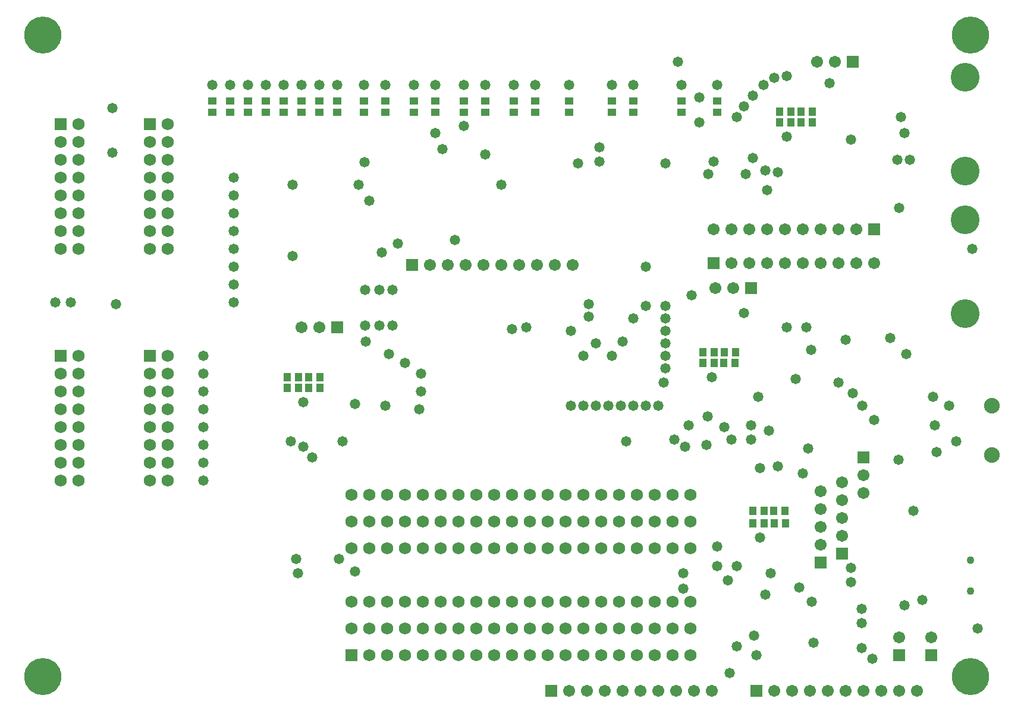
<source format=gbs>
G04*
G04 #@! TF.GenerationSoftware,Altium Limited,Altium Designer,22.3.1 (43)*
G04*
G04 Layer_Color=16711935*
%FSLAX25Y25*%
%MOIN*%
G70*
G04*
G04 #@! TF.SameCoordinates,CC72978B-6F05-4AE3-AFEB-50B74E8C7AD0*
G04*
G04*
G04 #@! TF.FilePolarity,Negative*
G04*
G01*
G75*
%ADD41R,0.03950X0.04540*%
%ADD42R,0.04540X0.03950*%
%ADD47C,0.06706*%
%ADD48R,0.06706X0.06706*%
%ADD49C,0.06800*%
%ADD50R,0.06800X0.06800*%
%ADD51C,0.16154*%
%ADD52C,0.08800*%
%ADD53C,0.06706*%
%ADD54R,0.06706X0.06706*%
%ADD55R,0.06706X0.06706*%
%ADD56R,0.06800X0.06800*%
%ADD57C,0.04343*%
%ADD58R,0.06706X0.06706*%
%ADD59C,0.20800*%
%ADD60C,0.05800*%
D41*
X175299Y182000D02*
D03*
X169000D02*
D03*
X175150Y188000D02*
D03*
X168850D02*
D03*
X156850D02*
D03*
X163150D02*
D03*
X439150Y337000D02*
D03*
X432850D02*
D03*
X436000Y113000D02*
D03*
X429701D02*
D03*
X439150Y331000D02*
D03*
X432850D02*
D03*
X417850Y106000D02*
D03*
X424150D02*
D03*
X417850Y113000D02*
D03*
X424150D02*
D03*
X396150Y196000D02*
D03*
X389850D02*
D03*
X401850Y202000D02*
D03*
X408150D02*
D03*
X444850Y337000D02*
D03*
X451150D02*
D03*
X444850Y331000D02*
D03*
X451150D02*
D03*
X436150Y106000D02*
D03*
X429850D02*
D03*
X396150Y202000D02*
D03*
X389850D02*
D03*
X401701Y196000D02*
D03*
X408000D02*
D03*
X156850Y182000D02*
D03*
X163150D02*
D03*
D42*
X351000Y343150D02*
D03*
Y336850D02*
D03*
X135000Y343150D02*
D03*
Y336850D02*
D03*
X398000Y343150D02*
D03*
Y336850D02*
D03*
X296000Y343150D02*
D03*
Y336850D02*
D03*
X284000Y343150D02*
D03*
Y336850D02*
D03*
X378000Y343150D02*
D03*
Y336850D02*
D03*
X175000Y343150D02*
D03*
Y336850D02*
D03*
X315000Y343150D02*
D03*
Y336850D02*
D03*
X200000Y343150D02*
D03*
Y336850D02*
D03*
X165000Y343150D02*
D03*
Y336850D02*
D03*
X240000Y343150D02*
D03*
Y336850D02*
D03*
X115000Y343150D02*
D03*
Y336850D02*
D03*
X145000Y343150D02*
D03*
Y336850D02*
D03*
X256000Y343150D02*
D03*
Y336850D02*
D03*
X155000Y343150D02*
D03*
Y336850D02*
D03*
X125000Y343150D02*
D03*
Y336850D02*
D03*
X212000Y343150D02*
D03*
Y336850D02*
D03*
X228000Y343150D02*
D03*
Y336850D02*
D03*
X268000Y343150D02*
D03*
Y336850D02*
D03*
X185000Y343150D02*
D03*
Y336850D02*
D03*
X339000Y343150D02*
D03*
Y336850D02*
D03*
D47*
X500000Y42000D02*
D03*
X518000D02*
D03*
X395000Y12000D02*
D03*
X345000D02*
D03*
X385000D02*
D03*
X335000D02*
D03*
X375000D02*
D03*
X325000D02*
D03*
X365000D02*
D03*
X315000D02*
D03*
X355000D02*
D03*
X510000Y12000D02*
D03*
X460000D02*
D03*
X500000D02*
D03*
X450000D02*
D03*
X490000D02*
D03*
X440000D02*
D03*
X480000D02*
D03*
X430000D02*
D03*
X470000D02*
D03*
X456000Y124000D02*
D03*
Y114000D02*
D03*
Y104000D02*
D03*
Y94000D02*
D03*
X396000Y271000D02*
D03*
X446000D02*
D03*
X406000D02*
D03*
X456000D02*
D03*
X416000D02*
D03*
X466000D02*
D03*
X426000D02*
D03*
X476000D02*
D03*
X436000D02*
D03*
X486000Y252000D02*
D03*
X436000D02*
D03*
X476000D02*
D03*
X426000D02*
D03*
X466000D02*
D03*
X416000D02*
D03*
X456000D02*
D03*
X406000D02*
D03*
X446000D02*
D03*
X317000Y251000D02*
D03*
X267000D02*
D03*
X307000D02*
D03*
X257000D02*
D03*
X297000D02*
D03*
X247000D02*
D03*
X287000D02*
D03*
X237000D02*
D03*
X277000D02*
D03*
X468000Y99000D02*
D03*
Y109000D02*
D03*
Y119000D02*
D03*
Y129000D02*
D03*
D48*
X500000Y32000D02*
D03*
X518000D02*
D03*
X305000Y12000D02*
D03*
X420000Y12000D02*
D03*
X486000Y271000D02*
D03*
X396000Y252000D02*
D03*
X227000Y251000D02*
D03*
D49*
X80000Y190000D02*
D03*
X90000Y200000D02*
D03*
X80000Y180000D02*
D03*
Y170000D02*
D03*
Y160000D02*
D03*
Y150000D02*
D03*
X90000Y190000D02*
D03*
Y180000D02*
D03*
Y170000D02*
D03*
Y160000D02*
D03*
Y150000D02*
D03*
Y140000D02*
D03*
Y130000D02*
D03*
X80000Y140000D02*
D03*
Y130000D02*
D03*
X30000Y190000D02*
D03*
X40000Y200000D02*
D03*
X30000Y180000D02*
D03*
Y170000D02*
D03*
Y160000D02*
D03*
Y150000D02*
D03*
X40000Y190000D02*
D03*
Y180000D02*
D03*
Y170000D02*
D03*
Y160000D02*
D03*
Y150000D02*
D03*
Y140000D02*
D03*
Y130000D02*
D03*
X30000Y140000D02*
D03*
Y130000D02*
D03*
Y320000D02*
D03*
X40000Y330000D02*
D03*
X30000Y310000D02*
D03*
Y300000D02*
D03*
Y290000D02*
D03*
Y280000D02*
D03*
X40000Y320000D02*
D03*
Y310000D02*
D03*
Y300000D02*
D03*
Y290000D02*
D03*
Y280000D02*
D03*
Y270000D02*
D03*
Y260000D02*
D03*
X30000D02*
D03*
Y270000D02*
D03*
X80000Y260000D02*
D03*
Y270000D02*
D03*
X90000Y260000D02*
D03*
Y270000D02*
D03*
Y280000D02*
D03*
Y290000D02*
D03*
Y300000D02*
D03*
Y310000D02*
D03*
Y320000D02*
D03*
X80000Y280000D02*
D03*
Y290000D02*
D03*
Y300000D02*
D03*
Y310000D02*
D03*
X90000Y330000D02*
D03*
X80000Y320000D02*
D03*
X193000Y92000D02*
D03*
X203000D02*
D03*
X213000D02*
D03*
X223000D02*
D03*
X233000D02*
D03*
X243000D02*
D03*
X253000D02*
D03*
X263000D02*
D03*
X273000D02*
D03*
X283000D02*
D03*
X293000D02*
D03*
X303000D02*
D03*
X313000D02*
D03*
X323000D02*
D03*
X333000D02*
D03*
X343000D02*
D03*
X193000Y62000D02*
D03*
X203000D02*
D03*
X213000D02*
D03*
X223000D02*
D03*
X233000D02*
D03*
X243000D02*
D03*
X253000D02*
D03*
X263000D02*
D03*
X273000D02*
D03*
X283000D02*
D03*
X293000D02*
D03*
X303000D02*
D03*
X313000D02*
D03*
X323000D02*
D03*
X333000D02*
D03*
X343000D02*
D03*
X353000D02*
D03*
X363000D02*
D03*
X373000D02*
D03*
X203000Y32000D02*
D03*
X213000D02*
D03*
X223000D02*
D03*
X233000D02*
D03*
X243000D02*
D03*
X253000D02*
D03*
X263000D02*
D03*
X273000D02*
D03*
X283000D02*
D03*
X293000D02*
D03*
X303000D02*
D03*
X313000D02*
D03*
X323000D02*
D03*
X333000D02*
D03*
X343000D02*
D03*
X353000D02*
D03*
X363000D02*
D03*
X233000Y122000D02*
D03*
X243000D02*
D03*
X253000D02*
D03*
X263000D02*
D03*
X273000D02*
D03*
X283000D02*
D03*
X293000D02*
D03*
X313000D02*
D03*
X323000D02*
D03*
X333000D02*
D03*
X343000D02*
D03*
X363000D02*
D03*
X373000D02*
D03*
X383000D02*
D03*
X373000Y32000D02*
D03*
X223000Y122000D02*
D03*
X213000D02*
D03*
X203000D02*
D03*
X193000D02*
D03*
X383000Y32000D02*
D03*
X193000Y47000D02*
D03*
X203000D02*
D03*
X213000D02*
D03*
X223000D02*
D03*
X233000D02*
D03*
X243000D02*
D03*
X253000D02*
D03*
X263000D02*
D03*
X273000D02*
D03*
X283000D02*
D03*
X293000D02*
D03*
X303000D02*
D03*
X313000D02*
D03*
X323000D02*
D03*
X333000D02*
D03*
X343000D02*
D03*
X353000D02*
D03*
X363000D02*
D03*
X373000D02*
D03*
X383000D02*
D03*
X193000Y107000D02*
D03*
X203000D02*
D03*
X213000D02*
D03*
X223000D02*
D03*
X233000D02*
D03*
X243000D02*
D03*
X253000D02*
D03*
X263000D02*
D03*
X273000D02*
D03*
X283000D02*
D03*
X293000D02*
D03*
X303000D02*
D03*
X313000D02*
D03*
X323000D02*
D03*
X333000D02*
D03*
X343000D02*
D03*
X353000D02*
D03*
X363000D02*
D03*
X373000D02*
D03*
X383000D02*
D03*
X303000Y122000D02*
D03*
X353000D02*
D03*
X383000Y92000D02*
D03*
X373000D02*
D03*
X383000Y62000D02*
D03*
X353000Y92000D02*
D03*
X363000D02*
D03*
D50*
X80000Y200000D02*
D03*
X30000D02*
D03*
Y330000D02*
D03*
X80000D02*
D03*
D51*
X536929Y356378D02*
D03*
Y303622D02*
D03*
Y276378D02*
D03*
Y223622D02*
D03*
D52*
X551848Y144500D02*
D03*
Y172000D02*
D03*
D53*
X175000Y216000D02*
D03*
X165000D02*
D03*
X464000Y365000D02*
D03*
X454000D02*
D03*
X397000Y238000D02*
D03*
X407000D02*
D03*
X480000Y123000D02*
D03*
Y133000D02*
D03*
D54*
X185000Y216000D02*
D03*
X474000Y365000D02*
D03*
X417000Y238000D02*
D03*
D55*
X456000Y84000D02*
D03*
X468000Y89000D02*
D03*
D56*
X193000Y32000D02*
D03*
D57*
X540000Y85323D02*
D03*
Y68000D02*
D03*
D58*
X480000Y143000D02*
D03*
D59*
X540000Y380000D02*
D03*
X20000D02*
D03*
X540000Y20000D02*
D03*
X20000D02*
D03*
D60*
X388000Y345000D02*
D03*
X59000Y314000D02*
D03*
Y339000D02*
D03*
X426000Y293000D02*
D03*
X392000Y150000D02*
D03*
X244000Y316000D02*
D03*
X256000Y329000D02*
D03*
X208500Y217000D02*
D03*
X200500D02*
D03*
X208500Y237000D02*
D03*
X200500D02*
D03*
X268000Y313000D02*
D03*
X212000Y172000D02*
D03*
X216000Y217000D02*
D03*
X214000Y201000D02*
D03*
X223000Y196000D02*
D03*
X231000Y170000D02*
D03*
X232000Y180000D02*
D03*
Y190000D02*
D03*
X320000Y308000D02*
D03*
X240000Y325000D02*
D03*
X326000Y222000D02*
D03*
X291000Y216000D02*
D03*
X283000Y215000D02*
D03*
X402000Y160000D02*
D03*
X382000Y161000D02*
D03*
X392500Y166000D02*
D03*
X406000Y153000D02*
D03*
X326000Y229000D02*
D03*
X369000Y308000D02*
D03*
X332000Y309000D02*
D03*
X358000Y250000D02*
D03*
X332000Y317000D02*
D03*
X376000Y365000D02*
D03*
X506000Y310000D02*
D03*
X388000Y331000D02*
D03*
X219000Y263000D02*
D03*
X216000Y237000D02*
D03*
X201000Y208000D02*
D03*
X195000Y173000D02*
D03*
X210000Y258000D02*
D03*
X203000Y287000D02*
D03*
X200235Y308765D02*
D03*
X277000Y296000D02*
D03*
X251000Y265000D02*
D03*
X398000Y352000D02*
D03*
X378000D02*
D03*
X351000D02*
D03*
X339000D02*
D03*
X315000D02*
D03*
X296000D02*
D03*
X284000D02*
D03*
X268000D02*
D03*
X256000D02*
D03*
X240000D02*
D03*
X228000D02*
D03*
X212000D02*
D03*
X200000D02*
D03*
X437000Y357000D02*
D03*
X430000Y356000D02*
D03*
X197000Y296000D02*
D03*
X160000D02*
D03*
Y256000D02*
D03*
X61000Y229000D02*
D03*
X35500Y230000D02*
D03*
X27000D02*
D03*
X127000D02*
D03*
X185000Y352000D02*
D03*
X175000D02*
D03*
X165000D02*
D03*
X155000D02*
D03*
X145000D02*
D03*
X135000D02*
D03*
X125000D02*
D03*
X115000D02*
D03*
X127000Y280000D02*
D03*
Y270000D02*
D03*
Y240000D02*
D03*
X396000Y309000D02*
D03*
X393000Y302000D02*
D03*
X413000Y340000D02*
D03*
X409000Y334000D02*
D03*
X418000Y346000D02*
D03*
X424000Y352000D02*
D03*
X383500Y234000D02*
D03*
X414000Y302000D02*
D03*
X418000Y311000D02*
D03*
X499000Y310000D02*
D03*
X425000Y304000D02*
D03*
X432000Y303000D02*
D03*
X503000Y325000D02*
D03*
X473000Y321500D02*
D03*
X461000Y353000D02*
D03*
X501000Y334000D02*
D03*
X541000Y260000D02*
D03*
X500000Y283000D02*
D03*
X437000Y323000D02*
D03*
X425000Y66000D02*
D03*
X404000Y74000D02*
D03*
X398000Y82000D02*
D03*
X446000Y134000D02*
D03*
X432000Y138000D02*
D03*
X422000Y137000D02*
D03*
X398000Y93000D02*
D03*
X409000Y82000D02*
D03*
X473000Y81000D02*
D03*
Y73000D02*
D03*
X379000Y78000D02*
D03*
Y69500D02*
D03*
X428000Y78000D02*
D03*
X421000Y177000D02*
D03*
X427000Y158000D02*
D03*
X417000Y161000D02*
D03*
X413000Y224000D02*
D03*
X486000Y164000D02*
D03*
X450586Y203559D02*
D03*
X448000Y216000D02*
D03*
X499586Y141808D02*
D03*
X495000Y210000D02*
D03*
X504000Y201000D02*
D03*
X437000Y216000D02*
D03*
X417000Y153000D02*
D03*
X449000Y148000D02*
D03*
X380000Y149000D02*
D03*
X368000Y185000D02*
D03*
X374000Y153000D02*
D03*
X395000Y188000D02*
D03*
X345000Y208000D02*
D03*
X330000Y172000D02*
D03*
X316000Y214000D02*
D03*
X358000Y228000D02*
D03*
X351000Y221000D02*
D03*
X369000D02*
D03*
Y228000D02*
D03*
Y193000D02*
D03*
X323000Y200000D02*
D03*
X330000Y207000D02*
D03*
X369000Y200000D02*
D03*
X339000D02*
D03*
X369000Y207000D02*
D03*
Y214000D02*
D03*
X409000Y37000D02*
D03*
X418500Y43000D02*
D03*
X195000Y79000D02*
D03*
X444000Y70000D02*
D03*
X186000Y86000D02*
D03*
X162000D02*
D03*
X163000Y78000D02*
D03*
X405000Y22000D02*
D03*
X420000Y32000D02*
D03*
X520000Y161000D02*
D03*
X528000Y172000D02*
D03*
X513000Y63000D02*
D03*
X442000Y187000D02*
D03*
X466000Y185000D02*
D03*
X470000Y209000D02*
D03*
X474000Y179000D02*
D03*
X521000Y146000D02*
D03*
X479414Y172000D02*
D03*
X519000Y177000D02*
D03*
X365000Y172000D02*
D03*
X358000D02*
D03*
X351000D02*
D03*
X344000D02*
D03*
X337000D02*
D03*
X323000D02*
D03*
X316000D02*
D03*
X110000Y130000D02*
D03*
Y140000D02*
D03*
Y150000D02*
D03*
Y160000D02*
D03*
Y170000D02*
D03*
Y180000D02*
D03*
Y190000D02*
D03*
Y200000D02*
D03*
X127000Y250000D02*
D03*
Y260000D02*
D03*
Y290000D02*
D03*
Y300000D02*
D03*
X508000Y113000D02*
D03*
X451000Y62000D02*
D03*
X347000Y152000D02*
D03*
X544000Y47000D02*
D03*
X503004Y59996D02*
D03*
X532000Y152000D02*
D03*
X479000Y36000D02*
D03*
X452000Y39000D02*
D03*
X485000Y30000D02*
D03*
X479000Y58000D02*
D03*
Y50000D02*
D03*
X422000Y98000D02*
D03*
X188000Y152000D02*
D03*
X171000Y143000D02*
D03*
X166000Y149000D02*
D03*
X159000Y152000D02*
D03*
X166000Y174000D02*
D03*
M02*

</source>
